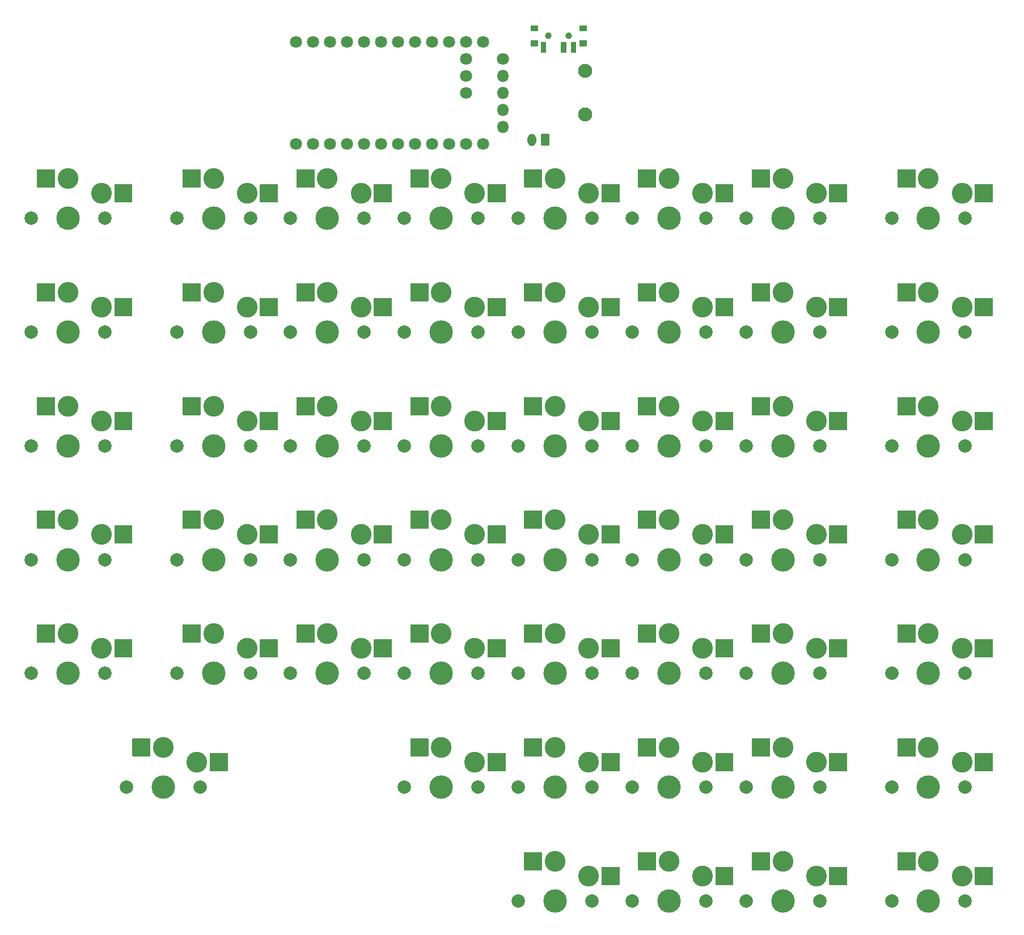
<source format=gbs>
G04 #@! TF.GenerationSoftware,KiCad,Pcbnew,8.0.4+1*
G04 #@! TF.CreationDate,2024-10-01T15:26:09+00:00*
G04 #@! TF.ProjectId,right,72696768-742e-46b6-9963-61645f706362,v0.2*
G04 #@! TF.SameCoordinates,Original*
G04 #@! TF.FileFunction,Soldermask,Bot*
G04 #@! TF.FilePolarity,Negative*
%FSLAX46Y46*%
G04 Gerber Fmt 4.6, Leading zero omitted, Abs format (unit mm)*
G04 Created by KiCad (PCBNEW 8.0.4+1) date 2024-10-01 15:26:09*
%MOMM*%
%LPD*%
G01*
G04 APERTURE LIST*
%ADD10O,1.800000X1.800000*%
%ADD11C,1.800000*%
%ADD12O,1.300000X1.850000*%
%ADD13C,2.000000*%
%ADD14C,3.100000*%
%ADD15C,3.500000*%
%ADD16C,2.100000*%
%ADD17C,1.000000*%
G04 APERTURE END LIST*
D10*
X311460000Y-18330000D03*
X311460000Y-15790000D03*
X311460000Y-13250000D03*
X311460000Y-10710000D03*
D11*
X311460000Y-8170000D03*
X280560000Y-5630000D03*
X283100000Y-5630000D03*
X285640000Y-5630000D03*
X288180000Y-5630000D03*
X290720000Y-5630000D03*
X293260000Y-5630000D03*
X295800000Y-5630000D03*
X298340000Y-5630000D03*
X300880000Y-5630000D03*
X303420000Y-5630000D03*
X305960000Y-5630000D03*
X308500000Y-5630000D03*
X308500000Y-20870000D03*
X305960000Y-20870000D03*
X303420000Y-20870000D03*
X300880000Y-20870000D03*
X298340000Y-20870000D03*
X295800000Y-20870000D03*
X293260000Y-20870000D03*
X290720000Y-20870000D03*
X288180000Y-20870000D03*
X285640000Y-20870000D03*
X283100000Y-20870000D03*
X280560000Y-20870000D03*
X305960000Y-8170000D03*
X305960000Y-10710000D03*
X305960000Y-13250000D03*
G36*
G01*
X318420000Y-19585000D02*
X318420000Y-20915000D01*
G75*
G02*
X318160000Y-21175000I-260000J0D01*
G01*
X317380000Y-21175000D01*
G75*
G02*
X317120000Y-20915000I0J260000D01*
G01*
X317120000Y-19585000D01*
G75*
G02*
X317380000Y-19325000I260000J0D01*
G01*
X318160000Y-19325000D01*
G75*
G02*
X318420000Y-19585000I0J-260000D01*
G01*
G37*
D12*
X315770000Y-20250000D03*
D13*
X347750000Y-83000000D03*
D14*
X353250000Y-77050000D03*
D15*
X353250000Y-83000000D03*
D14*
X358250000Y-79250000D03*
D13*
X358750000Y-83000000D03*
G36*
G01*
X348625000Y-78350000D02*
X348625000Y-75750000D01*
G75*
G02*
X348675000Y-75700000I50000J0D01*
G01*
X351275000Y-75700000D01*
G75*
G02*
X351325000Y-75750000I0J-50000D01*
G01*
X351325000Y-78350000D01*
G75*
G02*
X351275000Y-78400000I-50000J0D01*
G01*
X348675000Y-78400000D01*
G75*
G02*
X348625000Y-78350000I0J50000D01*
G01*
G37*
G36*
G01*
X360175000Y-80550000D02*
X360175000Y-77950000D01*
G75*
G02*
X360225000Y-77900000I50000J0D01*
G01*
X362825000Y-77900000D01*
G75*
G02*
X362875000Y-77950000I0J-50000D01*
G01*
X362875000Y-80550000D01*
G75*
G02*
X362825000Y-80600000I-50000J0D01*
G01*
X360225000Y-80600000D01*
G75*
G02*
X360175000Y-80550000I0J50000D01*
G01*
G37*
X330750000Y-49000000D03*
D14*
X336250000Y-43050000D03*
D15*
X336250000Y-49000000D03*
D14*
X341250000Y-45250000D03*
D13*
X341750000Y-49000000D03*
G36*
G01*
X331625000Y-44350000D02*
X331625000Y-41750000D01*
G75*
G02*
X331675000Y-41700000I50000J0D01*
G01*
X334275000Y-41700000D01*
G75*
G02*
X334325000Y-41750000I0J-50000D01*
G01*
X334325000Y-44350000D01*
G75*
G02*
X334275000Y-44400000I-50000J0D01*
G01*
X331675000Y-44400000D01*
G75*
G02*
X331625000Y-44350000I0J50000D01*
G01*
G37*
G36*
G01*
X343175000Y-46550000D02*
X343175000Y-43950000D01*
G75*
G02*
X343225000Y-43900000I50000J0D01*
G01*
X345825000Y-43900000D01*
G75*
G02*
X345875000Y-43950000I0J-50000D01*
G01*
X345875000Y-46550000D01*
G75*
G02*
X345825000Y-46600000I-50000J0D01*
G01*
X343225000Y-46600000D01*
G75*
G02*
X343175000Y-46550000I0J50000D01*
G01*
G37*
X241000000Y-100000000D03*
D14*
X246500000Y-94050000D03*
D15*
X246500000Y-100000000D03*
D14*
X251500000Y-96250000D03*
D13*
X252000000Y-100000000D03*
G36*
G01*
X241875000Y-95350000D02*
X241875000Y-92750000D01*
G75*
G02*
X241925000Y-92700000I50000J0D01*
G01*
X244525000Y-92700000D01*
G75*
G02*
X244575000Y-92750000I0J-50000D01*
G01*
X244575000Y-95350000D01*
G75*
G02*
X244525000Y-95400000I-50000J0D01*
G01*
X241925000Y-95400000D01*
G75*
G02*
X241875000Y-95350000I0J50000D01*
G01*
G37*
G36*
G01*
X253425000Y-97550000D02*
X253425000Y-94950000D01*
G75*
G02*
X253475000Y-94900000I50000J0D01*
G01*
X256075000Y-94900000D01*
G75*
G02*
X256125000Y-94950000I0J-50000D01*
G01*
X256125000Y-97550000D01*
G75*
G02*
X256075000Y-97600000I-50000J0D01*
G01*
X253475000Y-97600000D01*
G75*
G02*
X253425000Y-97550000I0J50000D01*
G01*
G37*
X313750000Y-32000000D03*
D14*
X319250000Y-26050000D03*
D15*
X319250000Y-32000000D03*
D14*
X324250000Y-28250000D03*
D13*
X324750000Y-32000000D03*
G36*
G01*
X314625000Y-27350000D02*
X314625000Y-24750000D01*
G75*
G02*
X314675000Y-24700000I50000J0D01*
G01*
X317275000Y-24700000D01*
G75*
G02*
X317325000Y-24750000I0J-50000D01*
G01*
X317325000Y-27350000D01*
G75*
G02*
X317275000Y-27400000I-50000J0D01*
G01*
X314675000Y-27400000D01*
G75*
G02*
X314625000Y-27350000I0J50000D01*
G01*
G37*
G36*
G01*
X326175000Y-29550000D02*
X326175000Y-26950000D01*
G75*
G02*
X326225000Y-26900000I50000J0D01*
G01*
X328825000Y-26900000D01*
G75*
G02*
X328875000Y-26950000I0J-50000D01*
G01*
X328875000Y-29550000D01*
G75*
G02*
X328825000Y-29600000I-50000J0D01*
G01*
X326225000Y-29600000D01*
G75*
G02*
X326175000Y-29550000I0J50000D01*
G01*
G37*
X241000000Y-66000000D03*
D14*
X246500000Y-60050000D03*
D15*
X246500000Y-66000000D03*
D14*
X251500000Y-62250000D03*
D13*
X252000000Y-66000000D03*
G36*
G01*
X241875000Y-61350000D02*
X241875000Y-58750000D01*
G75*
G02*
X241925000Y-58700000I50000J0D01*
G01*
X244525000Y-58700000D01*
G75*
G02*
X244575000Y-58750000I0J-50000D01*
G01*
X244575000Y-61350000D01*
G75*
G02*
X244525000Y-61400000I-50000J0D01*
G01*
X241925000Y-61400000D01*
G75*
G02*
X241875000Y-61350000I0J50000D01*
G01*
G37*
G36*
G01*
X253425000Y-63550000D02*
X253425000Y-60950000D01*
G75*
G02*
X253475000Y-60900000I50000J0D01*
G01*
X256075000Y-60900000D01*
G75*
G02*
X256125000Y-60950000I0J-50000D01*
G01*
X256125000Y-63550000D01*
G75*
G02*
X256075000Y-63600000I-50000J0D01*
G01*
X253475000Y-63600000D01*
G75*
G02*
X253425000Y-63550000I0J50000D01*
G01*
G37*
X313750000Y-66000000D03*
D14*
X319250000Y-60050000D03*
D15*
X319250000Y-66000000D03*
D14*
X324250000Y-62250000D03*
D13*
X324750000Y-66000000D03*
G36*
G01*
X314625000Y-61350000D02*
X314625000Y-58750000D01*
G75*
G02*
X314675000Y-58700000I50000J0D01*
G01*
X317275000Y-58700000D01*
G75*
G02*
X317325000Y-58750000I0J-50000D01*
G01*
X317325000Y-61350000D01*
G75*
G02*
X317275000Y-61400000I-50000J0D01*
G01*
X314675000Y-61400000D01*
G75*
G02*
X314625000Y-61350000I0J50000D01*
G01*
G37*
G36*
G01*
X326175000Y-63550000D02*
X326175000Y-60950000D01*
G75*
G02*
X326225000Y-60900000I50000J0D01*
G01*
X328825000Y-60900000D01*
G75*
G02*
X328875000Y-60950000I0J-50000D01*
G01*
X328875000Y-63550000D01*
G75*
G02*
X328825000Y-63600000I-50000J0D01*
G01*
X326225000Y-63600000D01*
G75*
G02*
X326175000Y-63550000I0J50000D01*
G01*
G37*
X347750000Y-66000000D03*
D14*
X353250000Y-60050000D03*
D15*
X353250000Y-66000000D03*
D14*
X358250000Y-62250000D03*
D13*
X358750000Y-66000000D03*
G36*
G01*
X348625000Y-61350000D02*
X348625000Y-58750000D01*
G75*
G02*
X348675000Y-58700000I50000J0D01*
G01*
X351275000Y-58700000D01*
G75*
G02*
X351325000Y-58750000I0J-50000D01*
G01*
X351325000Y-61350000D01*
G75*
G02*
X351275000Y-61400000I-50000J0D01*
G01*
X348675000Y-61400000D01*
G75*
G02*
X348625000Y-61350000I0J50000D01*
G01*
G37*
G36*
G01*
X360175000Y-63550000D02*
X360175000Y-60950000D01*
G75*
G02*
X360225000Y-60900000I50000J0D01*
G01*
X362825000Y-60900000D01*
G75*
G02*
X362875000Y-60950000I0J-50000D01*
G01*
X362875000Y-63550000D01*
G75*
G02*
X362825000Y-63600000I-50000J0D01*
G01*
X360225000Y-63600000D01*
G75*
G02*
X360175000Y-63550000I0J50000D01*
G01*
G37*
X330750000Y-66000000D03*
D14*
X336250000Y-60050000D03*
D15*
X336250000Y-66000000D03*
D14*
X341250000Y-62250000D03*
D13*
X341750000Y-66000000D03*
G36*
G01*
X331625000Y-61350000D02*
X331625000Y-58750000D01*
G75*
G02*
X331675000Y-58700000I50000J0D01*
G01*
X334275000Y-58700000D01*
G75*
G02*
X334325000Y-58750000I0J-50000D01*
G01*
X334325000Y-61350000D01*
G75*
G02*
X334275000Y-61400000I-50000J0D01*
G01*
X331675000Y-61400000D01*
G75*
G02*
X331625000Y-61350000I0J50000D01*
G01*
G37*
G36*
G01*
X343175000Y-63550000D02*
X343175000Y-60950000D01*
G75*
G02*
X343225000Y-60900000I50000J0D01*
G01*
X345825000Y-60900000D01*
G75*
G02*
X345875000Y-60950000I0J-50000D01*
G01*
X345875000Y-63550000D01*
G75*
G02*
X345825000Y-63600000I-50000J0D01*
G01*
X343225000Y-63600000D01*
G75*
G02*
X343175000Y-63550000I0J50000D01*
G01*
G37*
X330750000Y-32000000D03*
D14*
X336250000Y-26050000D03*
D15*
X336250000Y-32000000D03*
D14*
X341250000Y-28250000D03*
D13*
X341750000Y-32000000D03*
G36*
G01*
X331625000Y-27350000D02*
X331625000Y-24750000D01*
G75*
G02*
X331675000Y-24700000I50000J0D01*
G01*
X334275000Y-24700000D01*
G75*
G02*
X334325000Y-24750000I0J-50000D01*
G01*
X334325000Y-27350000D01*
G75*
G02*
X334275000Y-27400000I-50000J0D01*
G01*
X331675000Y-27400000D01*
G75*
G02*
X331625000Y-27350000I0J50000D01*
G01*
G37*
G36*
G01*
X343175000Y-29550000D02*
X343175000Y-26950000D01*
G75*
G02*
X343225000Y-26900000I50000J0D01*
G01*
X345825000Y-26900000D01*
G75*
G02*
X345875000Y-26950000I0J-50000D01*
G01*
X345875000Y-29550000D01*
G75*
G02*
X345825000Y-29600000I-50000J0D01*
G01*
X343225000Y-29600000D01*
G75*
G02*
X343175000Y-29550000I0J50000D01*
G01*
G37*
X369500000Y-83000000D03*
D14*
X375000000Y-77050000D03*
D15*
X375000000Y-83000000D03*
D14*
X380000000Y-79250000D03*
D13*
X380500000Y-83000000D03*
G36*
G01*
X370375000Y-78350000D02*
X370375000Y-75750000D01*
G75*
G02*
X370425000Y-75700000I50000J0D01*
G01*
X373025000Y-75700000D01*
G75*
G02*
X373075000Y-75750000I0J-50000D01*
G01*
X373075000Y-78350000D01*
G75*
G02*
X373025000Y-78400000I-50000J0D01*
G01*
X370425000Y-78400000D01*
G75*
G02*
X370375000Y-78350000I0J50000D01*
G01*
G37*
G36*
G01*
X381925000Y-80550000D02*
X381925000Y-77950000D01*
G75*
G02*
X381975000Y-77900000I50000J0D01*
G01*
X384575000Y-77900000D01*
G75*
G02*
X384625000Y-77950000I0J-50000D01*
G01*
X384625000Y-80550000D01*
G75*
G02*
X384575000Y-80600000I-50000J0D01*
G01*
X381975000Y-80600000D01*
G75*
G02*
X381925000Y-80550000I0J50000D01*
G01*
G37*
X279750000Y-66000000D03*
D14*
X285250000Y-60050000D03*
D15*
X285250000Y-66000000D03*
D14*
X290250000Y-62250000D03*
D13*
X290750000Y-66000000D03*
G36*
G01*
X280625000Y-61350000D02*
X280625000Y-58750000D01*
G75*
G02*
X280675000Y-58700000I50000J0D01*
G01*
X283275000Y-58700000D01*
G75*
G02*
X283325000Y-58750000I0J-50000D01*
G01*
X283325000Y-61350000D01*
G75*
G02*
X283275000Y-61400000I-50000J0D01*
G01*
X280675000Y-61400000D01*
G75*
G02*
X280625000Y-61350000I0J50000D01*
G01*
G37*
G36*
G01*
X292175000Y-63550000D02*
X292175000Y-60950000D01*
G75*
G02*
X292225000Y-60900000I50000J0D01*
G01*
X294825000Y-60900000D01*
G75*
G02*
X294875000Y-60950000I0J-50000D01*
G01*
X294875000Y-63550000D01*
G75*
G02*
X294825000Y-63600000I-50000J0D01*
G01*
X292225000Y-63600000D01*
G75*
G02*
X292175000Y-63550000I0J50000D01*
G01*
G37*
X296750000Y-66000000D03*
D14*
X302250000Y-60050000D03*
D15*
X302250000Y-66000000D03*
D14*
X307250000Y-62250000D03*
D13*
X307750000Y-66000000D03*
G36*
G01*
X297625000Y-61350000D02*
X297625000Y-58750000D01*
G75*
G02*
X297675000Y-58700000I50000J0D01*
G01*
X300275000Y-58700000D01*
G75*
G02*
X300325000Y-58750000I0J-50000D01*
G01*
X300325000Y-61350000D01*
G75*
G02*
X300275000Y-61400000I-50000J0D01*
G01*
X297675000Y-61400000D01*
G75*
G02*
X297625000Y-61350000I0J50000D01*
G01*
G37*
G36*
G01*
X309175000Y-63550000D02*
X309175000Y-60950000D01*
G75*
G02*
X309225000Y-60900000I50000J0D01*
G01*
X311825000Y-60900000D01*
G75*
G02*
X311875000Y-60950000I0J-50000D01*
G01*
X311875000Y-63550000D01*
G75*
G02*
X311825000Y-63600000I-50000J0D01*
G01*
X309225000Y-63600000D01*
G75*
G02*
X309175000Y-63550000I0J50000D01*
G01*
G37*
X262750000Y-66000000D03*
D14*
X268250000Y-60050000D03*
D15*
X268250000Y-66000000D03*
D14*
X273250000Y-62250000D03*
D13*
X273750000Y-66000000D03*
G36*
G01*
X263625000Y-61350000D02*
X263625000Y-58750000D01*
G75*
G02*
X263675000Y-58700000I50000J0D01*
G01*
X266275000Y-58700000D01*
G75*
G02*
X266325000Y-58750000I0J-50000D01*
G01*
X266325000Y-61350000D01*
G75*
G02*
X266275000Y-61400000I-50000J0D01*
G01*
X263675000Y-61400000D01*
G75*
G02*
X263625000Y-61350000I0J50000D01*
G01*
G37*
G36*
G01*
X275175000Y-63550000D02*
X275175000Y-60950000D01*
G75*
G02*
X275225000Y-60900000I50000J0D01*
G01*
X277825000Y-60900000D01*
G75*
G02*
X277875000Y-60950000I0J-50000D01*
G01*
X277875000Y-63550000D01*
G75*
G02*
X277825000Y-63600000I-50000J0D01*
G01*
X275225000Y-63600000D01*
G75*
G02*
X275175000Y-63550000I0J50000D01*
G01*
G37*
X347750000Y-32000000D03*
D14*
X353250000Y-26050000D03*
D15*
X353250000Y-32000000D03*
D14*
X358250000Y-28250000D03*
D13*
X358750000Y-32000000D03*
G36*
G01*
X348625000Y-27350000D02*
X348625000Y-24750000D01*
G75*
G02*
X348675000Y-24700000I50000J0D01*
G01*
X351275000Y-24700000D01*
G75*
G02*
X351325000Y-24750000I0J-50000D01*
G01*
X351325000Y-27350000D01*
G75*
G02*
X351275000Y-27400000I-50000J0D01*
G01*
X348675000Y-27400000D01*
G75*
G02*
X348625000Y-27350000I0J50000D01*
G01*
G37*
G36*
G01*
X360175000Y-29550000D02*
X360175000Y-26950000D01*
G75*
G02*
X360225000Y-26900000I50000J0D01*
G01*
X362825000Y-26900000D01*
G75*
G02*
X362875000Y-26950000I0J-50000D01*
G01*
X362875000Y-29550000D01*
G75*
G02*
X362825000Y-29600000I-50000J0D01*
G01*
X360225000Y-29600000D01*
G75*
G02*
X360175000Y-29550000I0J50000D01*
G01*
G37*
X296750000Y-83000000D03*
D14*
X302250000Y-77050000D03*
D15*
X302250000Y-83000000D03*
D14*
X307250000Y-79250000D03*
D13*
X307750000Y-83000000D03*
G36*
G01*
X297625000Y-78350000D02*
X297625000Y-75750000D01*
G75*
G02*
X297675000Y-75700000I50000J0D01*
G01*
X300275000Y-75700000D01*
G75*
G02*
X300325000Y-75750000I0J-50000D01*
G01*
X300325000Y-78350000D01*
G75*
G02*
X300275000Y-78400000I-50000J0D01*
G01*
X297675000Y-78400000D01*
G75*
G02*
X297625000Y-78350000I0J50000D01*
G01*
G37*
G36*
G01*
X309175000Y-80550000D02*
X309175000Y-77950000D01*
G75*
G02*
X309225000Y-77900000I50000J0D01*
G01*
X311825000Y-77900000D01*
G75*
G02*
X311875000Y-77950000I0J-50000D01*
G01*
X311875000Y-80550000D01*
G75*
G02*
X311825000Y-80600000I-50000J0D01*
G01*
X309225000Y-80600000D01*
G75*
G02*
X309175000Y-80550000I0J50000D01*
G01*
G37*
X296750000Y-100000000D03*
D14*
X302250000Y-94050000D03*
D15*
X302250000Y-100000000D03*
D14*
X307250000Y-96250000D03*
D13*
X307750000Y-100000000D03*
G36*
G01*
X297625000Y-95350000D02*
X297625000Y-92750000D01*
G75*
G02*
X297675000Y-92700000I50000J0D01*
G01*
X300275000Y-92700000D01*
G75*
G02*
X300325000Y-92750000I0J-50000D01*
G01*
X300325000Y-95350000D01*
G75*
G02*
X300275000Y-95400000I-50000J0D01*
G01*
X297675000Y-95400000D01*
G75*
G02*
X297625000Y-95350000I0J50000D01*
G01*
G37*
G36*
G01*
X309175000Y-97550000D02*
X309175000Y-94950000D01*
G75*
G02*
X309225000Y-94900000I50000J0D01*
G01*
X311825000Y-94900000D01*
G75*
G02*
X311875000Y-94950000I0J-50000D01*
G01*
X311875000Y-97550000D01*
G75*
G02*
X311825000Y-97600000I-50000J0D01*
G01*
X309225000Y-97600000D01*
G75*
G02*
X309175000Y-97550000I0J50000D01*
G01*
G37*
X369500000Y-100000000D03*
D14*
X375000000Y-94050000D03*
D15*
X375000000Y-100000000D03*
D14*
X380000000Y-96250000D03*
D13*
X380500000Y-100000000D03*
G36*
G01*
X370375000Y-95350000D02*
X370375000Y-92750000D01*
G75*
G02*
X370425000Y-92700000I50000J0D01*
G01*
X373025000Y-92700000D01*
G75*
G02*
X373075000Y-92750000I0J-50000D01*
G01*
X373075000Y-95350000D01*
G75*
G02*
X373025000Y-95400000I-50000J0D01*
G01*
X370425000Y-95400000D01*
G75*
G02*
X370375000Y-95350000I0J50000D01*
G01*
G37*
G36*
G01*
X381925000Y-97550000D02*
X381925000Y-94950000D01*
G75*
G02*
X381975000Y-94900000I50000J0D01*
G01*
X384575000Y-94900000D01*
G75*
G02*
X384625000Y-94950000I0J-50000D01*
G01*
X384625000Y-97550000D01*
G75*
G02*
X384575000Y-97600000I-50000J0D01*
G01*
X381975000Y-97600000D01*
G75*
G02*
X381925000Y-97550000I0J50000D01*
G01*
G37*
X313750000Y-49000000D03*
D14*
X319250000Y-43050000D03*
D15*
X319250000Y-49000000D03*
D14*
X324250000Y-45250000D03*
D13*
X324750000Y-49000000D03*
G36*
G01*
X314625000Y-44350000D02*
X314625000Y-41750000D01*
G75*
G02*
X314675000Y-41700000I50000J0D01*
G01*
X317275000Y-41700000D01*
G75*
G02*
X317325000Y-41750000I0J-50000D01*
G01*
X317325000Y-44350000D01*
G75*
G02*
X317275000Y-44400000I-50000J0D01*
G01*
X314675000Y-44400000D01*
G75*
G02*
X314625000Y-44350000I0J50000D01*
G01*
G37*
G36*
G01*
X326175000Y-46550000D02*
X326175000Y-43950000D01*
G75*
G02*
X326225000Y-43900000I50000J0D01*
G01*
X328825000Y-43900000D01*
G75*
G02*
X328875000Y-43950000I0J-50000D01*
G01*
X328875000Y-46550000D01*
G75*
G02*
X328825000Y-46600000I-50000J0D01*
G01*
X326225000Y-46600000D01*
G75*
G02*
X326175000Y-46550000I0J50000D01*
G01*
G37*
X262750000Y-100000000D03*
D14*
X268250000Y-94050000D03*
D15*
X268250000Y-100000000D03*
D14*
X273250000Y-96250000D03*
D13*
X273750000Y-100000000D03*
G36*
G01*
X263625000Y-95350000D02*
X263625000Y-92750000D01*
G75*
G02*
X263675000Y-92700000I50000J0D01*
G01*
X266275000Y-92700000D01*
G75*
G02*
X266325000Y-92750000I0J-50000D01*
G01*
X266325000Y-95350000D01*
G75*
G02*
X266275000Y-95400000I-50000J0D01*
G01*
X263675000Y-95400000D01*
G75*
G02*
X263625000Y-95350000I0J50000D01*
G01*
G37*
G36*
G01*
X275175000Y-97550000D02*
X275175000Y-94950000D01*
G75*
G02*
X275225000Y-94900000I50000J0D01*
G01*
X277825000Y-94900000D01*
G75*
G02*
X277875000Y-94950000I0J-50000D01*
G01*
X277875000Y-97550000D01*
G75*
G02*
X277825000Y-97600000I-50000J0D01*
G01*
X275225000Y-97600000D01*
G75*
G02*
X275175000Y-97550000I0J50000D01*
G01*
G37*
X262750000Y-83000000D03*
D14*
X268250000Y-77050000D03*
D15*
X268250000Y-83000000D03*
D14*
X273250000Y-79250000D03*
D13*
X273750000Y-83000000D03*
G36*
G01*
X263625000Y-78350000D02*
X263625000Y-75750000D01*
G75*
G02*
X263675000Y-75700000I50000J0D01*
G01*
X266275000Y-75700000D01*
G75*
G02*
X266325000Y-75750000I0J-50000D01*
G01*
X266325000Y-78350000D01*
G75*
G02*
X266275000Y-78400000I-50000J0D01*
G01*
X263675000Y-78400000D01*
G75*
G02*
X263625000Y-78350000I0J50000D01*
G01*
G37*
G36*
G01*
X275175000Y-80550000D02*
X275175000Y-77950000D01*
G75*
G02*
X275225000Y-77900000I50000J0D01*
G01*
X277825000Y-77900000D01*
G75*
G02*
X277875000Y-77950000I0J-50000D01*
G01*
X277875000Y-80550000D01*
G75*
G02*
X277825000Y-80600000I-50000J0D01*
G01*
X275225000Y-80600000D01*
G75*
G02*
X275175000Y-80550000I0J50000D01*
G01*
G37*
X369500000Y-32000000D03*
D14*
X375000000Y-26050000D03*
D15*
X375000000Y-32000000D03*
D14*
X380000000Y-28250000D03*
D13*
X380500000Y-32000000D03*
G36*
G01*
X370375000Y-27350000D02*
X370375000Y-24750000D01*
G75*
G02*
X370425000Y-24700000I50000J0D01*
G01*
X373025000Y-24700000D01*
G75*
G02*
X373075000Y-24750000I0J-50000D01*
G01*
X373075000Y-27350000D01*
G75*
G02*
X373025000Y-27400000I-50000J0D01*
G01*
X370425000Y-27400000D01*
G75*
G02*
X370375000Y-27350000I0J50000D01*
G01*
G37*
G36*
G01*
X381925000Y-29550000D02*
X381925000Y-26950000D01*
G75*
G02*
X381975000Y-26900000I50000J0D01*
G01*
X384575000Y-26900000D01*
G75*
G02*
X384625000Y-26950000I0J-50000D01*
G01*
X384625000Y-29550000D01*
G75*
G02*
X384575000Y-29600000I-50000J0D01*
G01*
X381975000Y-29600000D01*
G75*
G02*
X381925000Y-29550000I0J50000D01*
G01*
G37*
X330750000Y-83000000D03*
D14*
X336250000Y-77050000D03*
D15*
X336250000Y-83000000D03*
D14*
X341250000Y-79250000D03*
D13*
X341750000Y-83000000D03*
G36*
G01*
X331625000Y-78350000D02*
X331625000Y-75750000D01*
G75*
G02*
X331675000Y-75700000I50000J0D01*
G01*
X334275000Y-75700000D01*
G75*
G02*
X334325000Y-75750000I0J-50000D01*
G01*
X334325000Y-78350000D01*
G75*
G02*
X334275000Y-78400000I-50000J0D01*
G01*
X331675000Y-78400000D01*
G75*
G02*
X331625000Y-78350000I0J50000D01*
G01*
G37*
G36*
G01*
X343175000Y-80550000D02*
X343175000Y-77950000D01*
G75*
G02*
X343225000Y-77900000I50000J0D01*
G01*
X345825000Y-77900000D01*
G75*
G02*
X345875000Y-77950000I0J-50000D01*
G01*
X345875000Y-80550000D01*
G75*
G02*
X345825000Y-80600000I-50000J0D01*
G01*
X343225000Y-80600000D01*
G75*
G02*
X343175000Y-80550000I0J50000D01*
G01*
G37*
X369500000Y-66000000D03*
D14*
X375000000Y-60050000D03*
D15*
X375000000Y-66000000D03*
D14*
X380000000Y-62250000D03*
D13*
X380500000Y-66000000D03*
G36*
G01*
X370375000Y-61350000D02*
X370375000Y-58750000D01*
G75*
G02*
X370425000Y-58700000I50000J0D01*
G01*
X373025000Y-58700000D01*
G75*
G02*
X373075000Y-58750000I0J-50000D01*
G01*
X373075000Y-61350000D01*
G75*
G02*
X373025000Y-61400000I-50000J0D01*
G01*
X370425000Y-61400000D01*
G75*
G02*
X370375000Y-61350000I0J50000D01*
G01*
G37*
G36*
G01*
X381925000Y-63550000D02*
X381925000Y-60950000D01*
G75*
G02*
X381975000Y-60900000I50000J0D01*
G01*
X384575000Y-60900000D01*
G75*
G02*
X384625000Y-60950000I0J-50000D01*
G01*
X384625000Y-63550000D01*
G75*
G02*
X384575000Y-63600000I-50000J0D01*
G01*
X381975000Y-63600000D01*
G75*
G02*
X381925000Y-63550000I0J50000D01*
G01*
G37*
X241000000Y-83000000D03*
D14*
X246500000Y-77050000D03*
D15*
X246500000Y-83000000D03*
D14*
X251500000Y-79250000D03*
D13*
X252000000Y-83000000D03*
G36*
G01*
X241875000Y-78350000D02*
X241875000Y-75750000D01*
G75*
G02*
X241925000Y-75700000I50000J0D01*
G01*
X244525000Y-75700000D01*
G75*
G02*
X244575000Y-75750000I0J-50000D01*
G01*
X244575000Y-78350000D01*
G75*
G02*
X244525000Y-78400000I-50000J0D01*
G01*
X241925000Y-78400000D01*
G75*
G02*
X241875000Y-78350000I0J50000D01*
G01*
G37*
G36*
G01*
X253425000Y-80550000D02*
X253425000Y-77950000D01*
G75*
G02*
X253475000Y-77900000I50000J0D01*
G01*
X256075000Y-77900000D01*
G75*
G02*
X256125000Y-77950000I0J-50000D01*
G01*
X256125000Y-80550000D01*
G75*
G02*
X256075000Y-80600000I-50000J0D01*
G01*
X253475000Y-80600000D01*
G75*
G02*
X253425000Y-80550000I0J50000D01*
G01*
G37*
X313750000Y-134000000D03*
D14*
X319250000Y-128050000D03*
D15*
X319250000Y-134000000D03*
D14*
X324250000Y-130250000D03*
D13*
X324750000Y-134000000D03*
G36*
G01*
X314625000Y-129350000D02*
X314625000Y-126750000D01*
G75*
G02*
X314675000Y-126700000I50000J0D01*
G01*
X317275000Y-126700000D01*
G75*
G02*
X317325000Y-126750000I0J-50000D01*
G01*
X317325000Y-129350000D01*
G75*
G02*
X317275000Y-129400000I-50000J0D01*
G01*
X314675000Y-129400000D01*
G75*
G02*
X314625000Y-129350000I0J50000D01*
G01*
G37*
G36*
G01*
X326175000Y-131550000D02*
X326175000Y-128950000D01*
G75*
G02*
X326225000Y-128900000I50000J0D01*
G01*
X328825000Y-128900000D01*
G75*
G02*
X328875000Y-128950000I0J-50000D01*
G01*
X328875000Y-131550000D01*
G75*
G02*
X328825000Y-131600000I-50000J0D01*
G01*
X326225000Y-131600000D01*
G75*
G02*
X326175000Y-131550000I0J50000D01*
G01*
G37*
X330750000Y-134000000D03*
D14*
X336250000Y-128050000D03*
D15*
X336250000Y-134000000D03*
D14*
X341250000Y-130250000D03*
D13*
X341750000Y-134000000D03*
G36*
G01*
X331625000Y-129350000D02*
X331625000Y-126750000D01*
G75*
G02*
X331675000Y-126700000I50000J0D01*
G01*
X334275000Y-126700000D01*
G75*
G02*
X334325000Y-126750000I0J-50000D01*
G01*
X334325000Y-129350000D01*
G75*
G02*
X334275000Y-129400000I-50000J0D01*
G01*
X331675000Y-129400000D01*
G75*
G02*
X331625000Y-129350000I0J50000D01*
G01*
G37*
G36*
G01*
X343175000Y-131550000D02*
X343175000Y-128950000D01*
G75*
G02*
X343225000Y-128900000I50000J0D01*
G01*
X345825000Y-128900000D01*
G75*
G02*
X345875000Y-128950000I0J-50000D01*
G01*
X345875000Y-131550000D01*
G75*
G02*
X345825000Y-131600000I-50000J0D01*
G01*
X343225000Y-131600000D01*
G75*
G02*
X343175000Y-131550000I0J50000D01*
G01*
G37*
D16*
X323770000Y-16500000D03*
X323770000Y-10000000D03*
D13*
X262750000Y-49000000D03*
D14*
X268250000Y-43050000D03*
D15*
X268250000Y-49000000D03*
D14*
X273250000Y-45250000D03*
D13*
X273750000Y-49000000D03*
G36*
G01*
X263625000Y-44350000D02*
X263625000Y-41750000D01*
G75*
G02*
X263675000Y-41700000I50000J0D01*
G01*
X266275000Y-41700000D01*
G75*
G02*
X266325000Y-41750000I0J-50000D01*
G01*
X266325000Y-44350000D01*
G75*
G02*
X266275000Y-44400000I-50000J0D01*
G01*
X263675000Y-44400000D01*
G75*
G02*
X263625000Y-44350000I0J50000D01*
G01*
G37*
G36*
G01*
X275175000Y-46550000D02*
X275175000Y-43950000D01*
G75*
G02*
X275225000Y-43900000I50000J0D01*
G01*
X277825000Y-43900000D01*
G75*
G02*
X277875000Y-43950000I0J-50000D01*
G01*
X277875000Y-46550000D01*
G75*
G02*
X277825000Y-46600000I-50000J0D01*
G01*
X275225000Y-46600000D01*
G75*
G02*
X275175000Y-46550000I0J50000D01*
G01*
G37*
X347750000Y-100000000D03*
D14*
X353250000Y-94050000D03*
D15*
X353250000Y-100000000D03*
D14*
X358250000Y-96250000D03*
D13*
X358750000Y-100000000D03*
G36*
G01*
X348625000Y-95350000D02*
X348625000Y-92750000D01*
G75*
G02*
X348675000Y-92700000I50000J0D01*
G01*
X351275000Y-92700000D01*
G75*
G02*
X351325000Y-92750000I0J-50000D01*
G01*
X351325000Y-95350000D01*
G75*
G02*
X351275000Y-95400000I-50000J0D01*
G01*
X348675000Y-95400000D01*
G75*
G02*
X348625000Y-95350000I0J50000D01*
G01*
G37*
G36*
G01*
X360175000Y-97550000D02*
X360175000Y-94950000D01*
G75*
G02*
X360225000Y-94900000I50000J0D01*
G01*
X362825000Y-94900000D01*
G75*
G02*
X362875000Y-94950000I0J-50000D01*
G01*
X362875000Y-97550000D01*
G75*
G02*
X362825000Y-97600000I-50000J0D01*
G01*
X360225000Y-97600000D01*
G75*
G02*
X360175000Y-97550000I0J50000D01*
G01*
G37*
X241000000Y-49000000D03*
D14*
X246500000Y-43050000D03*
D15*
X246500000Y-49000000D03*
D14*
X251500000Y-45250000D03*
D13*
X252000000Y-49000000D03*
G36*
G01*
X241875000Y-44350000D02*
X241875000Y-41750000D01*
G75*
G02*
X241925000Y-41700000I50000J0D01*
G01*
X244525000Y-41700000D01*
G75*
G02*
X244575000Y-41750000I0J-50000D01*
G01*
X244575000Y-44350000D01*
G75*
G02*
X244525000Y-44400000I-50000J0D01*
G01*
X241925000Y-44400000D01*
G75*
G02*
X241875000Y-44350000I0J50000D01*
G01*
G37*
G36*
G01*
X253425000Y-46550000D02*
X253425000Y-43950000D01*
G75*
G02*
X253475000Y-43900000I50000J0D01*
G01*
X256075000Y-43900000D01*
G75*
G02*
X256125000Y-43950000I0J-50000D01*
G01*
X256125000Y-46550000D01*
G75*
G02*
X256075000Y-46600000I-50000J0D01*
G01*
X253475000Y-46600000D01*
G75*
G02*
X253425000Y-46550000I0J50000D01*
G01*
G37*
X330750000Y-117000000D03*
D14*
X336250000Y-111050000D03*
D15*
X336250000Y-117000000D03*
D14*
X341250000Y-113250000D03*
D13*
X341750000Y-117000000D03*
G36*
G01*
X331625000Y-112350000D02*
X331625000Y-109750000D01*
G75*
G02*
X331675000Y-109700000I50000J0D01*
G01*
X334275000Y-109700000D01*
G75*
G02*
X334325000Y-109750000I0J-50000D01*
G01*
X334325000Y-112350000D01*
G75*
G02*
X334275000Y-112400000I-50000J0D01*
G01*
X331675000Y-112400000D01*
G75*
G02*
X331625000Y-112350000I0J50000D01*
G01*
G37*
G36*
G01*
X343175000Y-114550000D02*
X343175000Y-111950000D01*
G75*
G02*
X343225000Y-111900000I50000J0D01*
G01*
X345825000Y-111900000D01*
G75*
G02*
X345875000Y-111950000I0J-50000D01*
G01*
X345875000Y-114550000D01*
G75*
G02*
X345825000Y-114600000I-50000J0D01*
G01*
X343225000Y-114600000D01*
G75*
G02*
X343175000Y-114550000I0J50000D01*
G01*
G37*
X369500000Y-117000000D03*
D14*
X375000000Y-111050000D03*
D15*
X375000000Y-117000000D03*
D14*
X380000000Y-113250000D03*
D13*
X380500000Y-117000000D03*
G36*
G01*
X370375000Y-112350000D02*
X370375000Y-109750000D01*
G75*
G02*
X370425000Y-109700000I50000J0D01*
G01*
X373025000Y-109700000D01*
G75*
G02*
X373075000Y-109750000I0J-50000D01*
G01*
X373075000Y-112350000D01*
G75*
G02*
X373025000Y-112400000I-50000J0D01*
G01*
X370425000Y-112400000D01*
G75*
G02*
X370375000Y-112350000I0J50000D01*
G01*
G37*
G36*
G01*
X381925000Y-114550000D02*
X381925000Y-111950000D01*
G75*
G02*
X381975000Y-111900000I50000J0D01*
G01*
X384575000Y-111900000D01*
G75*
G02*
X384625000Y-111950000I0J-50000D01*
G01*
X384625000Y-114550000D01*
G75*
G02*
X384575000Y-114600000I-50000J0D01*
G01*
X381975000Y-114600000D01*
G75*
G02*
X381925000Y-114550000I0J50000D01*
G01*
G37*
X313750000Y-100000000D03*
D14*
X319250000Y-94050000D03*
D15*
X319250000Y-100000000D03*
D14*
X324250000Y-96250000D03*
D13*
X324750000Y-100000000D03*
G36*
G01*
X314625000Y-95350000D02*
X314625000Y-92750000D01*
G75*
G02*
X314675000Y-92700000I50000J0D01*
G01*
X317275000Y-92700000D01*
G75*
G02*
X317325000Y-92750000I0J-50000D01*
G01*
X317325000Y-95350000D01*
G75*
G02*
X317275000Y-95400000I-50000J0D01*
G01*
X314675000Y-95400000D01*
G75*
G02*
X314625000Y-95350000I0J50000D01*
G01*
G37*
G36*
G01*
X326175000Y-97550000D02*
X326175000Y-94950000D01*
G75*
G02*
X326225000Y-94900000I50000J0D01*
G01*
X328825000Y-94900000D01*
G75*
G02*
X328875000Y-94950000I0J-50000D01*
G01*
X328875000Y-97550000D01*
G75*
G02*
X328825000Y-97600000I-50000J0D01*
G01*
X326225000Y-97600000D01*
G75*
G02*
X326175000Y-97550000I0J50000D01*
G01*
G37*
X279750000Y-49000000D03*
D14*
X285250000Y-43050000D03*
D15*
X285250000Y-49000000D03*
D14*
X290250000Y-45250000D03*
D13*
X290750000Y-49000000D03*
G36*
G01*
X280625000Y-44350000D02*
X280625000Y-41750000D01*
G75*
G02*
X280675000Y-41700000I50000J0D01*
G01*
X283275000Y-41700000D01*
G75*
G02*
X283325000Y-41750000I0J-50000D01*
G01*
X283325000Y-44350000D01*
G75*
G02*
X283275000Y-44400000I-50000J0D01*
G01*
X280675000Y-44400000D01*
G75*
G02*
X280625000Y-44350000I0J50000D01*
G01*
G37*
G36*
G01*
X292175000Y-46550000D02*
X292175000Y-43950000D01*
G75*
G02*
X292225000Y-43900000I50000J0D01*
G01*
X294825000Y-43900000D01*
G75*
G02*
X294875000Y-43950000I0J-50000D01*
G01*
X294875000Y-46550000D01*
G75*
G02*
X294825000Y-46600000I-50000J0D01*
G01*
X292225000Y-46600000D01*
G75*
G02*
X292175000Y-46550000I0J50000D01*
G01*
G37*
X313750000Y-83000000D03*
D14*
X319250000Y-77050000D03*
D15*
X319250000Y-83000000D03*
D14*
X324250000Y-79250000D03*
D13*
X324750000Y-83000000D03*
G36*
G01*
X314625000Y-78350000D02*
X314625000Y-75750000D01*
G75*
G02*
X314675000Y-75700000I50000J0D01*
G01*
X317275000Y-75700000D01*
G75*
G02*
X317325000Y-75750000I0J-50000D01*
G01*
X317325000Y-78350000D01*
G75*
G02*
X317275000Y-78400000I-50000J0D01*
G01*
X314675000Y-78400000D01*
G75*
G02*
X314625000Y-78350000I0J50000D01*
G01*
G37*
G36*
G01*
X326175000Y-80550000D02*
X326175000Y-77950000D01*
G75*
G02*
X326225000Y-77900000I50000J0D01*
G01*
X328825000Y-77900000D01*
G75*
G02*
X328875000Y-77950000I0J-50000D01*
G01*
X328875000Y-80550000D01*
G75*
G02*
X328825000Y-80600000I-50000J0D01*
G01*
X326225000Y-80600000D01*
G75*
G02*
X326175000Y-80550000I0J50000D01*
G01*
G37*
X330750000Y-100000000D03*
D14*
X336250000Y-94050000D03*
D15*
X336250000Y-100000000D03*
D14*
X341250000Y-96250000D03*
D13*
X341750000Y-100000000D03*
G36*
G01*
X331625000Y-95350000D02*
X331625000Y-92750000D01*
G75*
G02*
X331675000Y-92700000I50000J0D01*
G01*
X334275000Y-92700000D01*
G75*
G02*
X334325000Y-92750000I0J-50000D01*
G01*
X334325000Y-95350000D01*
G75*
G02*
X334275000Y-95400000I-50000J0D01*
G01*
X331675000Y-95400000D01*
G75*
G02*
X331625000Y-95350000I0J50000D01*
G01*
G37*
G36*
G01*
X343175000Y-97550000D02*
X343175000Y-94950000D01*
G75*
G02*
X343225000Y-94900000I50000J0D01*
G01*
X345825000Y-94900000D01*
G75*
G02*
X345875000Y-94950000I0J-50000D01*
G01*
X345875000Y-97550000D01*
G75*
G02*
X345825000Y-97600000I-50000J0D01*
G01*
X343225000Y-97600000D01*
G75*
G02*
X343175000Y-97550000I0J50000D01*
G01*
G37*
X262750000Y-32000000D03*
D14*
X268250000Y-26050000D03*
D15*
X268250000Y-32000000D03*
D14*
X273250000Y-28250000D03*
D13*
X273750000Y-32000000D03*
G36*
G01*
X263625000Y-27350000D02*
X263625000Y-24750000D01*
G75*
G02*
X263675000Y-24700000I50000J0D01*
G01*
X266275000Y-24700000D01*
G75*
G02*
X266325000Y-24750000I0J-50000D01*
G01*
X266325000Y-27350000D01*
G75*
G02*
X266275000Y-27400000I-50000J0D01*
G01*
X263675000Y-27400000D01*
G75*
G02*
X263625000Y-27350000I0J50000D01*
G01*
G37*
G36*
G01*
X275175000Y-29550000D02*
X275175000Y-26950000D01*
G75*
G02*
X275225000Y-26900000I50000J0D01*
G01*
X277825000Y-26900000D01*
G75*
G02*
X277875000Y-26950000I0J-50000D01*
G01*
X277875000Y-29550000D01*
G75*
G02*
X277825000Y-29600000I-50000J0D01*
G01*
X275225000Y-29600000D01*
G75*
G02*
X275175000Y-29550000I0J50000D01*
G01*
G37*
G36*
G01*
X315570000Y-6235000D02*
X315570000Y-5435000D01*
G75*
G02*
X315620000Y-5385000I50000J0D01*
G01*
X316620000Y-5385000D01*
G75*
G02*
X316670000Y-5435000I0J-50000D01*
G01*
X316670000Y-6235000D01*
G75*
G02*
X316620000Y-6285000I-50000J0D01*
G01*
X315620000Y-6285000D01*
G75*
G02*
X315570000Y-6235000I0J50000D01*
G01*
G37*
G36*
G01*
X322870000Y-6235000D02*
X322870000Y-5435000D01*
G75*
G02*
X322920000Y-5385000I50000J0D01*
G01*
X323920000Y-5385000D01*
G75*
G02*
X323970000Y-5435000I0J-50000D01*
G01*
X323970000Y-6235000D01*
G75*
G02*
X323920000Y-6285000I-50000J0D01*
G01*
X322920000Y-6285000D01*
G75*
G02*
X322870000Y-6235000I0J50000D01*
G01*
G37*
D17*
X318270000Y-4725000D03*
X321270000Y-4725000D03*
G36*
G01*
X315570000Y-4025000D02*
X315570000Y-3225000D01*
G75*
G02*
X315620000Y-3175000I50000J0D01*
G01*
X316620000Y-3175000D01*
G75*
G02*
X316670000Y-3225000I0J-50000D01*
G01*
X316670000Y-4025000D01*
G75*
G02*
X316620000Y-4075000I-50000J0D01*
G01*
X315620000Y-4075000D01*
G75*
G02*
X315570000Y-4025000I0J50000D01*
G01*
G37*
G36*
G01*
X322870000Y-4025000D02*
X322870000Y-3225000D01*
G75*
G02*
X322920000Y-3175000I50000J0D01*
G01*
X323920000Y-3175000D01*
G75*
G02*
X323970000Y-3225000I0J-50000D01*
G01*
X323970000Y-4025000D01*
G75*
G02*
X323920000Y-4075000I-50000J0D01*
G01*
X322920000Y-4075000D01*
G75*
G02*
X322870000Y-4025000I0J50000D01*
G01*
G37*
G36*
G01*
X317120000Y-7235000D02*
X317120000Y-5735000D01*
G75*
G02*
X317170000Y-5685000I50000J0D01*
G01*
X317870000Y-5685000D01*
G75*
G02*
X317920000Y-5735000I0J-50000D01*
G01*
X317920000Y-7235000D01*
G75*
G02*
X317870000Y-7285000I-50000J0D01*
G01*
X317170000Y-7285000D01*
G75*
G02*
X317120000Y-7235000I0J50000D01*
G01*
G37*
G36*
G01*
X320120000Y-7235000D02*
X320120000Y-5735000D01*
G75*
G02*
X320170000Y-5685000I50000J0D01*
G01*
X320870000Y-5685000D01*
G75*
G02*
X320920000Y-5735000I0J-50000D01*
G01*
X320920000Y-7235000D01*
G75*
G02*
X320870000Y-7285000I-50000J0D01*
G01*
X320170000Y-7285000D01*
G75*
G02*
X320120000Y-7235000I0J50000D01*
G01*
G37*
G36*
G01*
X321620000Y-7235000D02*
X321620000Y-5735000D01*
G75*
G02*
X321670000Y-5685000I50000J0D01*
G01*
X322370000Y-5685000D01*
G75*
G02*
X322420000Y-5735000I0J-50000D01*
G01*
X322420000Y-7235000D01*
G75*
G02*
X322370000Y-7285000I-50000J0D01*
G01*
X321670000Y-7285000D01*
G75*
G02*
X321620000Y-7235000I0J50000D01*
G01*
G37*
D13*
X369500000Y-134000000D03*
D14*
X375000000Y-128050000D03*
D15*
X375000000Y-134000000D03*
D14*
X380000000Y-130250000D03*
D13*
X380500000Y-134000000D03*
G36*
G01*
X370375000Y-129350000D02*
X370375000Y-126750000D01*
G75*
G02*
X370425000Y-126700000I50000J0D01*
G01*
X373025000Y-126700000D01*
G75*
G02*
X373075000Y-126750000I0J-50000D01*
G01*
X373075000Y-129350000D01*
G75*
G02*
X373025000Y-129400000I-50000J0D01*
G01*
X370425000Y-129400000D01*
G75*
G02*
X370375000Y-129350000I0J50000D01*
G01*
G37*
G36*
G01*
X381925000Y-131550000D02*
X381925000Y-128950000D01*
G75*
G02*
X381975000Y-128900000I50000J0D01*
G01*
X384575000Y-128900000D01*
G75*
G02*
X384625000Y-128950000I0J-50000D01*
G01*
X384625000Y-131550000D01*
G75*
G02*
X384575000Y-131600000I-50000J0D01*
G01*
X381975000Y-131600000D01*
G75*
G02*
X381925000Y-131550000I0J50000D01*
G01*
G37*
X369500000Y-49000000D03*
D14*
X375000000Y-43050000D03*
D15*
X375000000Y-49000000D03*
D14*
X380000000Y-45250000D03*
D13*
X380500000Y-49000000D03*
G36*
G01*
X370375000Y-44350000D02*
X370375000Y-41750000D01*
G75*
G02*
X370425000Y-41700000I50000J0D01*
G01*
X373025000Y-41700000D01*
G75*
G02*
X373075000Y-41750000I0J-50000D01*
G01*
X373075000Y-44350000D01*
G75*
G02*
X373025000Y-44400000I-50000J0D01*
G01*
X370425000Y-44400000D01*
G75*
G02*
X370375000Y-44350000I0J50000D01*
G01*
G37*
G36*
G01*
X381925000Y-46550000D02*
X381925000Y-43950000D01*
G75*
G02*
X381975000Y-43900000I50000J0D01*
G01*
X384575000Y-43900000D01*
G75*
G02*
X384625000Y-43950000I0J-50000D01*
G01*
X384625000Y-46550000D01*
G75*
G02*
X384575000Y-46600000I-50000J0D01*
G01*
X381975000Y-46600000D01*
G75*
G02*
X381925000Y-46550000I0J50000D01*
G01*
G37*
X255250000Y-117000000D03*
D14*
X260750000Y-111050000D03*
D15*
X260750000Y-117000000D03*
D14*
X265750000Y-113250000D03*
D13*
X266250000Y-117000000D03*
G36*
G01*
X256125000Y-112350000D02*
X256125000Y-109750000D01*
G75*
G02*
X256175000Y-109700000I50000J0D01*
G01*
X258775000Y-109700000D01*
G75*
G02*
X258825000Y-109750000I0J-50000D01*
G01*
X258825000Y-112350000D01*
G75*
G02*
X258775000Y-112400000I-50000J0D01*
G01*
X256175000Y-112400000D01*
G75*
G02*
X256125000Y-112350000I0J50000D01*
G01*
G37*
G36*
G01*
X267675000Y-114550000D02*
X267675000Y-111950000D01*
G75*
G02*
X267725000Y-111900000I50000J0D01*
G01*
X270325000Y-111900000D01*
G75*
G02*
X270375000Y-111950000I0J-50000D01*
G01*
X270375000Y-114550000D01*
G75*
G02*
X270325000Y-114600000I-50000J0D01*
G01*
X267725000Y-114600000D01*
G75*
G02*
X267675000Y-114550000I0J50000D01*
G01*
G37*
X313750000Y-117000000D03*
D14*
X319250000Y-111050000D03*
D15*
X319250000Y-117000000D03*
D14*
X324250000Y-113250000D03*
D13*
X324750000Y-117000000D03*
G36*
G01*
X314625000Y-112350000D02*
X314625000Y-109750000D01*
G75*
G02*
X314675000Y-109700000I50000J0D01*
G01*
X317275000Y-109700000D01*
G75*
G02*
X317325000Y-109750000I0J-50000D01*
G01*
X317325000Y-112350000D01*
G75*
G02*
X317275000Y-112400000I-50000J0D01*
G01*
X314675000Y-112400000D01*
G75*
G02*
X314625000Y-112350000I0J50000D01*
G01*
G37*
G36*
G01*
X326175000Y-114550000D02*
X326175000Y-111950000D01*
G75*
G02*
X326225000Y-111900000I50000J0D01*
G01*
X328825000Y-111900000D01*
G75*
G02*
X328875000Y-111950000I0J-50000D01*
G01*
X328875000Y-114550000D01*
G75*
G02*
X328825000Y-114600000I-50000J0D01*
G01*
X326225000Y-114600000D01*
G75*
G02*
X326175000Y-114550000I0J50000D01*
G01*
G37*
X296750000Y-49000000D03*
D14*
X302250000Y-43050000D03*
D15*
X302250000Y-49000000D03*
D14*
X307250000Y-45250000D03*
D13*
X307750000Y-49000000D03*
G36*
G01*
X297625000Y-44350000D02*
X297625000Y-41750000D01*
G75*
G02*
X297675000Y-41700000I50000J0D01*
G01*
X300275000Y-41700000D01*
G75*
G02*
X300325000Y-41750000I0J-50000D01*
G01*
X300325000Y-44350000D01*
G75*
G02*
X300275000Y-44400000I-50000J0D01*
G01*
X297675000Y-44400000D01*
G75*
G02*
X297625000Y-44350000I0J50000D01*
G01*
G37*
G36*
G01*
X309175000Y-46550000D02*
X309175000Y-43950000D01*
G75*
G02*
X309225000Y-43900000I50000J0D01*
G01*
X311825000Y-43900000D01*
G75*
G02*
X311875000Y-43950000I0J-50000D01*
G01*
X311875000Y-46550000D01*
G75*
G02*
X311825000Y-46600000I-50000J0D01*
G01*
X309225000Y-46600000D01*
G75*
G02*
X309175000Y-46550000I0J50000D01*
G01*
G37*
X279750000Y-32000000D03*
D14*
X285250000Y-26050000D03*
D15*
X285250000Y-32000000D03*
D14*
X290250000Y-28250000D03*
D13*
X290750000Y-32000000D03*
G36*
G01*
X280625000Y-27350000D02*
X280625000Y-24750000D01*
G75*
G02*
X280675000Y-24700000I50000J0D01*
G01*
X283275000Y-24700000D01*
G75*
G02*
X283325000Y-24750000I0J-50000D01*
G01*
X283325000Y-27350000D01*
G75*
G02*
X283275000Y-27400000I-50000J0D01*
G01*
X280675000Y-27400000D01*
G75*
G02*
X280625000Y-27350000I0J50000D01*
G01*
G37*
G36*
G01*
X292175000Y-29550000D02*
X292175000Y-26950000D01*
G75*
G02*
X292225000Y-26900000I50000J0D01*
G01*
X294825000Y-26900000D01*
G75*
G02*
X294875000Y-26950000I0J-50000D01*
G01*
X294875000Y-29550000D01*
G75*
G02*
X294825000Y-29600000I-50000J0D01*
G01*
X292225000Y-29600000D01*
G75*
G02*
X292175000Y-29550000I0J50000D01*
G01*
G37*
X347750000Y-117000000D03*
D14*
X353250000Y-111050000D03*
D15*
X353250000Y-117000000D03*
D14*
X358250000Y-113250000D03*
D13*
X358750000Y-117000000D03*
G36*
G01*
X348625000Y-112350000D02*
X348625000Y-109750000D01*
G75*
G02*
X348675000Y-109700000I50000J0D01*
G01*
X351275000Y-109700000D01*
G75*
G02*
X351325000Y-109750000I0J-50000D01*
G01*
X351325000Y-112350000D01*
G75*
G02*
X351275000Y-112400000I-50000J0D01*
G01*
X348675000Y-112400000D01*
G75*
G02*
X348625000Y-112350000I0J50000D01*
G01*
G37*
G36*
G01*
X360175000Y-114550000D02*
X360175000Y-111950000D01*
G75*
G02*
X360225000Y-111900000I50000J0D01*
G01*
X362825000Y-111900000D01*
G75*
G02*
X362875000Y-111950000I0J-50000D01*
G01*
X362875000Y-114550000D01*
G75*
G02*
X362825000Y-114600000I-50000J0D01*
G01*
X360225000Y-114600000D01*
G75*
G02*
X360175000Y-114550000I0J50000D01*
G01*
G37*
X279750000Y-100000000D03*
D14*
X285250000Y-94050000D03*
D15*
X285250000Y-100000000D03*
D14*
X290250000Y-96250000D03*
D13*
X290750000Y-100000000D03*
G36*
G01*
X280625000Y-95350000D02*
X280625000Y-92750000D01*
G75*
G02*
X280675000Y-92700000I50000J0D01*
G01*
X283275000Y-92700000D01*
G75*
G02*
X283325000Y-92750000I0J-50000D01*
G01*
X283325000Y-95350000D01*
G75*
G02*
X283275000Y-95400000I-50000J0D01*
G01*
X280675000Y-95400000D01*
G75*
G02*
X280625000Y-95350000I0J50000D01*
G01*
G37*
G36*
G01*
X292175000Y-97550000D02*
X292175000Y-94950000D01*
G75*
G02*
X292225000Y-94900000I50000J0D01*
G01*
X294825000Y-94900000D01*
G75*
G02*
X294875000Y-94950000I0J-50000D01*
G01*
X294875000Y-97550000D01*
G75*
G02*
X294825000Y-97600000I-50000J0D01*
G01*
X292225000Y-97600000D01*
G75*
G02*
X292175000Y-97550000I0J50000D01*
G01*
G37*
X296750000Y-117000000D03*
D14*
X302250000Y-111050000D03*
D15*
X302250000Y-117000000D03*
D14*
X307250000Y-113250000D03*
D13*
X307750000Y-117000000D03*
G36*
G01*
X297625000Y-112350000D02*
X297625000Y-109750000D01*
G75*
G02*
X297675000Y-109700000I50000J0D01*
G01*
X300275000Y-109700000D01*
G75*
G02*
X300325000Y-109750000I0J-50000D01*
G01*
X300325000Y-112350000D01*
G75*
G02*
X300275000Y-112400000I-50000J0D01*
G01*
X297675000Y-112400000D01*
G75*
G02*
X297625000Y-112350000I0J50000D01*
G01*
G37*
G36*
G01*
X309175000Y-114550000D02*
X309175000Y-111950000D01*
G75*
G02*
X309225000Y-111900000I50000J0D01*
G01*
X311825000Y-111900000D01*
G75*
G02*
X311875000Y-111950000I0J-50000D01*
G01*
X311875000Y-114550000D01*
G75*
G02*
X311825000Y-114600000I-50000J0D01*
G01*
X309225000Y-114600000D01*
G75*
G02*
X309175000Y-114550000I0J50000D01*
G01*
G37*
X296750000Y-32000000D03*
D14*
X302250000Y-26050000D03*
D15*
X302250000Y-32000000D03*
D14*
X307250000Y-28250000D03*
D13*
X307750000Y-32000000D03*
G36*
G01*
X297625000Y-27350000D02*
X297625000Y-24750000D01*
G75*
G02*
X297675000Y-24700000I50000J0D01*
G01*
X300275000Y-24700000D01*
G75*
G02*
X300325000Y-24750000I0J-50000D01*
G01*
X300325000Y-27350000D01*
G75*
G02*
X300275000Y-27400000I-50000J0D01*
G01*
X297675000Y-27400000D01*
G75*
G02*
X297625000Y-27350000I0J50000D01*
G01*
G37*
G36*
G01*
X309175000Y-29550000D02*
X309175000Y-26950000D01*
G75*
G02*
X309225000Y-26900000I50000J0D01*
G01*
X311825000Y-26900000D01*
G75*
G02*
X311875000Y-26950000I0J-50000D01*
G01*
X311875000Y-29550000D01*
G75*
G02*
X311825000Y-29600000I-50000J0D01*
G01*
X309225000Y-29600000D01*
G75*
G02*
X309175000Y-29550000I0J50000D01*
G01*
G37*
X347750000Y-49000000D03*
D14*
X353250000Y-43050000D03*
D15*
X353250000Y-49000000D03*
D14*
X358250000Y-45250000D03*
D13*
X358750000Y-49000000D03*
G36*
G01*
X348625000Y-44350000D02*
X348625000Y-41750000D01*
G75*
G02*
X348675000Y-41700000I50000J0D01*
G01*
X351275000Y-41700000D01*
G75*
G02*
X351325000Y-41750000I0J-50000D01*
G01*
X351325000Y-44350000D01*
G75*
G02*
X351275000Y-44400000I-50000J0D01*
G01*
X348675000Y-44400000D01*
G75*
G02*
X348625000Y-44350000I0J50000D01*
G01*
G37*
G36*
G01*
X360175000Y-46550000D02*
X360175000Y-43950000D01*
G75*
G02*
X360225000Y-43900000I50000J0D01*
G01*
X362825000Y-43900000D01*
G75*
G02*
X362875000Y-43950000I0J-50000D01*
G01*
X362875000Y-46550000D01*
G75*
G02*
X362825000Y-46600000I-50000J0D01*
G01*
X360225000Y-46600000D01*
G75*
G02*
X360175000Y-46550000I0J50000D01*
G01*
G37*
X241000000Y-32000000D03*
D14*
X246500000Y-26050000D03*
D15*
X246500000Y-32000000D03*
D14*
X251500000Y-28250000D03*
D13*
X252000000Y-32000000D03*
G36*
G01*
X241875000Y-27350000D02*
X241875000Y-24750000D01*
G75*
G02*
X241925000Y-24700000I50000J0D01*
G01*
X244525000Y-24700000D01*
G75*
G02*
X244575000Y-24750000I0J-50000D01*
G01*
X244575000Y-27350000D01*
G75*
G02*
X244525000Y-27400000I-50000J0D01*
G01*
X241925000Y-27400000D01*
G75*
G02*
X241875000Y-27350000I0J50000D01*
G01*
G37*
G36*
G01*
X253425000Y-29550000D02*
X253425000Y-26950000D01*
G75*
G02*
X253475000Y-26900000I50000J0D01*
G01*
X256075000Y-26900000D01*
G75*
G02*
X256125000Y-26950000I0J-50000D01*
G01*
X256125000Y-29550000D01*
G75*
G02*
X256075000Y-29600000I-50000J0D01*
G01*
X253475000Y-29600000D01*
G75*
G02*
X253425000Y-29550000I0J50000D01*
G01*
G37*
X347750000Y-134000000D03*
D14*
X353250000Y-128050000D03*
D15*
X353250000Y-134000000D03*
D14*
X358250000Y-130250000D03*
D13*
X358750000Y-134000000D03*
G36*
G01*
X348625000Y-129350000D02*
X348625000Y-126750000D01*
G75*
G02*
X348675000Y-126700000I50000J0D01*
G01*
X351275000Y-126700000D01*
G75*
G02*
X351325000Y-126750000I0J-50000D01*
G01*
X351325000Y-129350000D01*
G75*
G02*
X351275000Y-129400000I-50000J0D01*
G01*
X348675000Y-129400000D01*
G75*
G02*
X348625000Y-129350000I0J50000D01*
G01*
G37*
G36*
G01*
X360175000Y-131550000D02*
X360175000Y-128950000D01*
G75*
G02*
X360225000Y-128900000I50000J0D01*
G01*
X362825000Y-128900000D01*
G75*
G02*
X362875000Y-128950000I0J-50000D01*
G01*
X362875000Y-131550000D01*
G75*
G02*
X362825000Y-131600000I-50000J0D01*
G01*
X360225000Y-131600000D01*
G75*
G02*
X360175000Y-131550000I0J50000D01*
G01*
G37*
X279750000Y-83000000D03*
D14*
X285250000Y-77050000D03*
D15*
X285250000Y-83000000D03*
D14*
X290250000Y-79250000D03*
D13*
X290750000Y-83000000D03*
G36*
G01*
X280625000Y-78350000D02*
X280625000Y-75750000D01*
G75*
G02*
X280675000Y-75700000I50000J0D01*
G01*
X283275000Y-75700000D01*
G75*
G02*
X283325000Y-75750000I0J-50000D01*
G01*
X283325000Y-78350000D01*
G75*
G02*
X283275000Y-78400000I-50000J0D01*
G01*
X280675000Y-78400000D01*
G75*
G02*
X280625000Y-78350000I0J50000D01*
G01*
G37*
G36*
G01*
X292175000Y-80550000D02*
X292175000Y-77950000D01*
G75*
G02*
X292225000Y-77900000I50000J0D01*
G01*
X294825000Y-77900000D01*
G75*
G02*
X294875000Y-77950000I0J-50000D01*
G01*
X294875000Y-80550000D01*
G75*
G02*
X294825000Y-80600000I-50000J0D01*
G01*
X292225000Y-80600000D01*
G75*
G02*
X292175000Y-80550000I0J50000D01*
G01*
G37*
M02*

</source>
